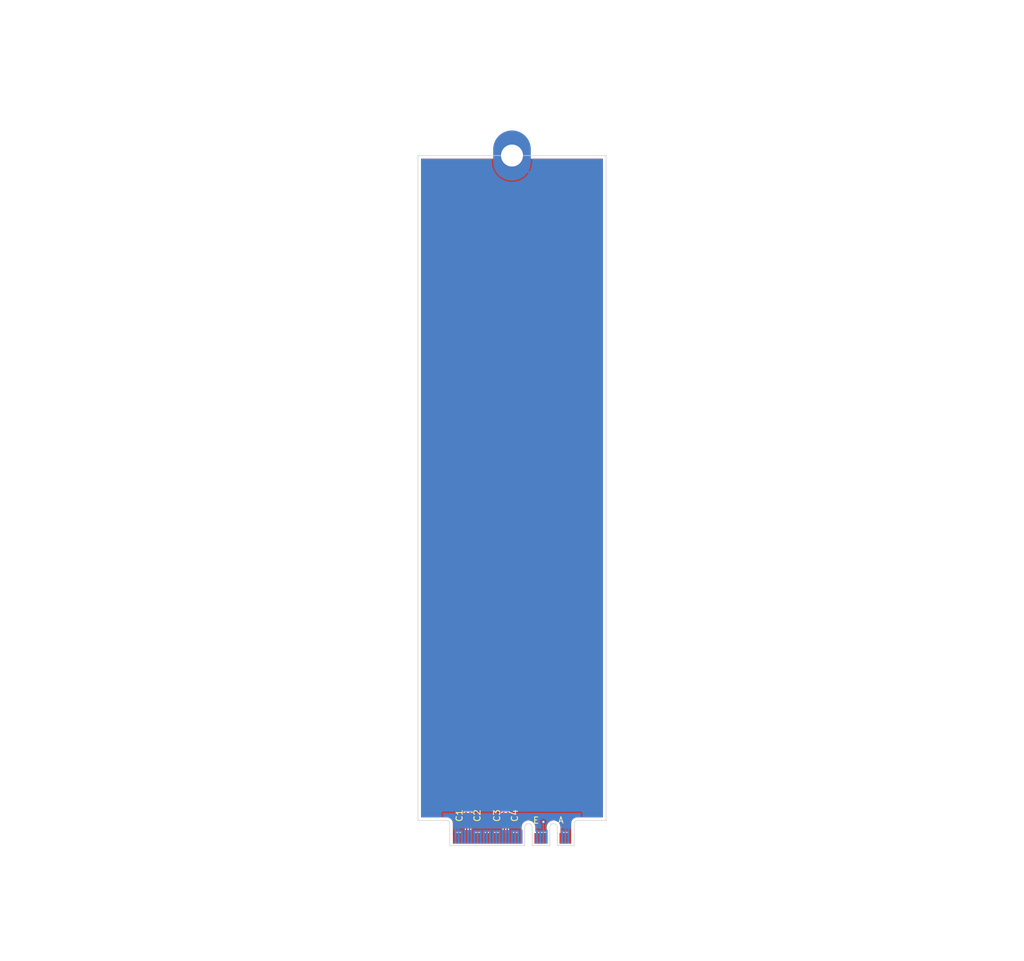
<source format=kicad_pcb>
(kicad_pcb (version 20241229) (generator "pcbnew") (generator_version "9.0")
  (layers (0 "F.Cu" signal) (2 "B.Cu" signal) (13 "F.Paste" user) (15 "B.Paste" user) (5 "F.SilkS" user "F.Silkscreen") (7 "B.SilkS" user "B.Silkscreen") (1 "F.Mask" user) (3 "B.Mask" user) (25 "Edge.Cuts" user))
  (net 0 "")
  (net 1 "GND")
  (net 2 "/M.2 A+E Key/PET1P")
  (net 3 "/M.2 A+E Key/PET0N")
  (net 4 "/M.2 A+E Key/PET1N")
  (net 5 "/M.2 A+E Key/PET0P")
  (net 6 "/PET0-")
  (net 7 "+3.3V")
  (net 8 "/USB_D+")
  (net 9 "/USB_D-")
  (net 10 "/LED#1")
  (net 11 "/LED#2")
  (net 20 "/PER0-")
  (net 22 "/PER0+")
  (net 28 "/REFCLK0+")
  (net 30 "/REFCLK0-")
  (net 31 "/SUSCLK")
  (net 32 "/PERST0#")
  (net 33 "/CLKREQ0#")
  (net 34 "/W_DISABLE2#")
  (net 35 "/PEWAKE#")
  (net 36 "/W_DISABLE1#")
  (net 37 "/I2C_DATA")
  (net 38 "/PER1+")
  (net 39 "/I2C_CLK")
  (net 40 "/PER1-")
  (net 41 "/ALERT#")
  (net 43 "/PERST1#")
  (net 44 "/CLKREQ1#")
  (net 45 "/PEWAKE1#")
  (net 46 "/REFCLK1+")
  (net 47 "/REFCLK1-")
  (net 48 "/PET0+")
  (net 49 "/PET1-")
  (net 50 "/PET1+")
  (footprint "PCIexpress:M.2 A+E Key Connector" (layer "F.Cu") (at 109.01 159.54)
    (property "Reference" "J1")
    (property "Value" "~")
    (fp_line (start -11 -2.89) (end -10.425 -2.89) (stroke (width 0.1)) (layer "Edge.Cuts"))
    (fp_line (start -9.925 -2.39) (end -9.925 1.11) (stroke (width 0.1)) (layer "Edge.Cuts"))
    (fp_line (start 2.025 -1.79) (end 2.025 1.11) (stroke (width 0.1)) (layer "Edge.Cuts"))
    (fp_line (start 2.025 1.11) (end -9.925 1.11) (stroke (width 0.1)) (layer "Edge.Cuts"))
    (fp_line (start 3.225 -1.79) (end 3.225 1.11) (stroke (width 0.1)) (layer "Edge.Cuts"))
    (fp_line (start 3.225 1.11) (end 6.025 1.11) (stroke (width 0.1)) (layer "Edge.Cuts"))
    (fp_line (start 6.025 -1.79) (end 6.025 1.11) (stroke (width 0.1)) (layer "Edge.Cuts"))
    (fp_line (start 7.225 -1.79) (end 7.225 1.11) (stroke (width 0.1)) (layer "Edge.Cuts"))
    (fp_line (start 7.225 1.11) (end 9.925 1.11) (stroke (width 0.1)) (layer "Edge.Cuts"))
    (fp_line (start 9.925 -2.39) (end 9.925 1.11) (stroke (width 0.1)) (layer "Edge.Cuts"))
    (fp_line (start 10.425 -2.89) (end 11 -2.89) (stroke (width 0.1)) (layer "Edge.Cuts"))
    (fp_arc (start -10.425 -2.89) (mid -10.071447 -2.743553) (end -9.925 -2.39) (stroke (width 0.1)) (layer "Edge.Cuts"))
    (fp_arc (start 2.025 -1.79) (mid 2.625 -2.39) (end 3.225 -1.79) (stroke (width 0.1)) (layer "Edge.Cuts"))
    (fp_arc (start 6.025 -1.79) (mid 6.625 -2.39) (end 7.225 -1.79) (stroke (width 0.1)) (layer "Edge.Cuts"))
    (fp_arc (start 9.925 -2.39) (mid 10.071447 -2.743553) (end 10.425 -2.89) (stroke (width 0.1)) (layer "Edge.Cuts"))
    (fp_text user "E" (at 3.28 -2.32 0) (layer "F.SilkS") (effects (justify left bottom)))
    (fp_text user "A" (at 7.265 -2.345 0) (layer "F.SilkS") (effects (justify left bottom)))
    (pad "1" smd rect (at 9.25 -0.04 180) (size 0.35 1.7) (layers "F.Cu") (net 1 "GND"))
    (pad "2" smd rect (at 9 -0.29 180) (size 0.35 2.2) (layers "B.Cu") (net 7 "+3.3V"))
    (pad "3" smd rect (at 8.75 -0.04 180) (size 0.35 1.7) (layers "F.Cu") (net 8 "/USB_D+"))
    (pad "4" smd rect (at 8.5 -0.29 180) (size 0.35 2.2) (layers "B.Cu") (net 7 "+3.3V"))
    (pad "5" smd rect (at 8.25 -0.04 180) (size 0.35 1.7) (layers "F.Cu") (net 9 "/USB_D-"))
    (pad "6" smd rect (at 8 -0.29 180) (size 0.35 2.2) (layers "B.Cu") (net 10 "/LED#1"))
    (pad "7" smd rect (at 7.75 -0.04 180) (size 0.35 1.7) (layers "F.Cu") (net 1 "GND"))
    (pad "16" smd rect (at 5.5 -0.29 180) (size 0.35 2.2) (layers "B.Cu") (net 11 "/LED#2"))
    (pad "17" smd rect (at 5.25 -0.04 180) (size 0.35 1.7) (layers "F.Cu"))
    (pad "18" smd rect (at 5 -0.29 180) (size 0.35 2.2) (layers "B.Cu") (net 1 "GND"))
    (pad "19" smd rect (at 4.75 -0.04 180) (size 0.35 1.7) (layers "F.Cu"))
    (pad "20" smd rect (at 4.5 -0.29 180) (size 0.35 2.2) (layers "B.Cu"))
    (pad "21" smd rect (at 4.25 -0.04 180) (size 0.35 1.7) (layers "F.Cu"))
    (pad "22" smd rect (at 4 -0.29 180) (size 0.35 2.2) (layers "B.Cu"))
    (pad "23" smd rect (at 3.75 -0.04 180) (size 0.35 1.7) (layers "F.Cu"))
    (pad "32" smd rect (at 1.5 -0.29 180) (size 0.35 2.2) (layers "B.Cu"))
    (pad "33" smd rect (at 1.25 -0.04 180) (size 0.35 1.7) (layers "F.Cu") (net 1 "GND"))
    (pad "34" smd rect (at 1 -0.29 180) (size 0.35 2.2) (layers "B.Cu"))
    (pad "35" smd rect (at 0.75 -0.04 180) (size 0.35 1.7) (layers "F.Cu") (net 20 "/PER0-"))
    (pad "36" smd rect (at 0.5 -0.29 180) (size 0.35 2.2) (layers "B.Cu"))
    (pad "37" smd rect (at 0.25 -0.04 180) (size 0.35 1.7) (layers "F.Cu") (net 22 "/PER0+"))
    (pad "38" smd rect (at 0 -0.29 180) (size 0.35 2.2) (layers "B.Cu"))
    (pad "39" smd rect (at -0.25 -0.04 180) (size 0.35 1.7) (layers "F.Cu") (net 1 "GND"))
    (pad "40" smd rect (at -0.5 -0.29 180) (size 0.35 2.2) (layers "B.Cu"))
    (pad "41" smd rect (at -0.75 -0.04 180) (size 0.35 1.7) (layers "F.Cu") (net 5 "/M.2 A+E Key/PET0P"))
    (pad "42" smd rect (at -1 -0.29 180) (size 0.35 2.2) (layers "B.Cu"))
    (pad "43" smd rect (at -1.25 -0.04 180) (size 0.35 1.7) (layers "F.Cu") (net 3 "/M.2 A+E Key/PET0N"))
    (pad "44" smd rect (at -1.5 -0.29 180) (size 0.35 2.2) (layers "B.Cu"))
    (pad "45" smd rect (at -1.75 -0.04 180) (size 0.35 1.7) (layers "F.Cu") (net 1 "GND"))
    (pad "46" smd rect (at -2 -0.29 180) (size 0.35 2.2) (layers "B.Cu"))
    (pad "47" smd rect (at -2.25 -0.04 180) (size 0.35 1.7) (layers "F.Cu") (net 28 "/REFCLK0+"))
    (pad "48" smd rect (at -2.5 -0.29 180) (size 0.35 2.2) (layers "B.Cu"))
    (pad "49" smd rect (at -2.75 -0.04 180) (size 0.35 1.7) (layers "F.Cu") (net 30 "/REFCLK0-"))
    (pad "50" smd rect (at -3 -0.29 180) (size 0.35 2.2) (layers "B.Cu") (net 31 "/SUSCLK"))
    (pad "51" smd rect (at -3.25 -0.04 180) (size 0.35 1.7) (layers "F.Cu") (net 1 "GND"))
    (pad "52" smd rect (at -3.5 -0.29 180) (size 0.35 2.2) (layers "B.Cu") (net 32 "/PERST0#"))
    (pad "53" smd rect (at -3.75 -0.04 180) (size 0.35 1.7) (layers "F.Cu") (net 33 "/CLKREQ0#"))
    (pad "54" smd rect (at -4 -0.29 180) (size 0.35 2.2) (layers "B.Cu") (net 34 "/W_DISABLE2#"))
    (pad "55" smd rect (at -4.25 -0.04 180) (size 0.35 1.7) (layers "F.Cu") (net 35 "/PEWAKE#"))
    (pad "56" smd rect (at -4.5 -0.29 180) (size 0.35 2.2) (layers "B.Cu") (net 36 "/W_DISABLE1#"))
    (pad "57" smd rect (at -4.75 -0.04 180) (size 0.35 1.7) (layers "F.Cu") (net 1 "GND"))
    (pad "58" smd rect (at -5 -0.29 180) (size 0.35 2.2) (layers "B.Cu") (net 37 "/I2C_DATA"))
    (pad "59" smd rect (at -5.25 -0.04 180) (size 0.35 1.7) (layers "F.Cu") (net 38 "/PER1+"))
    (pad "60" smd rect (at -5.5 -0.29 180) (size 0.35 2.2) (layers "B.Cu") (net 39 "/I2C_CLK"))
    (pad "61" smd rect (at -5.75 -0.04 180) (size 0.35 1.7) (layers "F.Cu") (net 40 "/PER1-"))
    (pad "62" smd rect (at -6 -0.29 180) (size 0.35 2.2) (layers "B.Cu") (net 41 "/ALERT#"))
    (pad "63" smd rect (at -6.25 -0.04 180) (size 0.35 1.7) (layers "F.Cu") (net 1 "GND"))
    (pad "64" smd rect (at -6.5 -0.29 180) (size 0.35 2.2) (layers "B.Cu"))
    (pad "65" smd rect (at -6.75 -0.04 180) (size 0.35 1.7) (layers "F.Cu") (net 2 "/M.2 A+E Key/PET1P"))
    (pad "66" smd rect (at -7 -0.29 180) (size 0.35 2.2) (layers "B.Cu") (net 43 "/PERST1#"))
    (pad "67" smd rect (at -7.25 -0.04 180) (size 0.35 1.7) (layers "F.Cu") (net 4 "/M.2 A+E Key/PET1N"))
    (pad "68" smd rect (at -7.5 -0.29 180) (size 0.35 2.2) (layers "B.Cu") (net 44 "/CLKREQ1#"))
    (pad "69" smd rect (at -7.75 -0.04 180) (size 0.35 1.7) (layers "F.Cu") (net 1 "GND"))
    (pad "70" smd rect (at -8 -0.29 180) (size 0.35 2.2) (layers "B.Cu") (net 45 "/PEWAKE1#"))
    (pad "71" smd rect (at -8.25 -0.04 180) (size 0.35 1.7) (layers "F.Cu") (net 46 "/REFCLK1+"))
    (pad "72" smd rect (at -8.5 -0.29 180) (size 0.35 2.2) (layers "B.Cu") (net 7 "+3.3V"))
    (pad "73" smd rect (at -8.75 -0.04 180) (size 0.35 1.7) (layers "F.Cu") (net 47 "/REFCLK1-"))
    (pad "74" smd rect (at -9 -0.29 180) (size 0.35 2.2) (layers "B.Cu") (net 7 "+3.3V"))
    (pad "75" smd rect (at -9.25 -0.04 180) (size 0.35 1.7) (layers "F.Cu") (net 1 "GND"))
  )
  (footprint "Capacitor_SMD:C_0201_0603Metric" (layer "F.Cu") (at 108.36 155.88 90)
    (property "Reference" "C4" (at 0 1.07 90) (layer "F.SilkS"))
    (property "Value" "220nF")
    (pad "1" smd roundrect (at -0.32 0 90) (size 0.46 0.4) (layers "F.Cu" "F.Mask") (net 5 "/M.2 A+E Key/PET0P"))
    (pad "2" smd roundrect (at 0.32 0 90) (size 0.46 0.4) (layers "F.Cu" "F.Mask") (net 48 "/PET0+"))
  )
  (footprint "Capacitor_SMD:C_0201_0603Metric" (layer "F.Cu") (at 107.66 155.88 90)
    (property "Reference" "C3" (at 0 -1.05 90) (layer "F.SilkS"))
    (property "Value" "220nF")
    (pad "1" smd roundrect (at -0.32 0 90) (size 0.46 0.4) (layers "F.Cu" "F.Mask") (net 3 "/M.2 A+E Key/PET0N"))
    (pad "2" smd roundrect (at 0.32 0 90) (size 0.46 0.4) (layers "F.Cu" "F.Mask") (net 6 "/PET0-"))
  )
  (footprint "Capacitor_SMD:C_0201_0603Metric" (layer "F.Cu") (at 101.66 155.88 90)
    (property "Reference" "C1" (at 0 -1.05 90) (layer "F.SilkS"))
    (property "Value" "220nF")
    (pad "1" smd roundrect (at -0.32 0 90) (size 0.46 0.4) (layers "F.Cu" "F.Mask") (net 4 "/M.2 A+E Key/PET1N"))
    (pad "2" smd roundrect (at 0.32 0 90) (size 0.46 0.4) (layers "F.Cu" "F.Mask") (net 49 "/PET1-"))
  )
  (footprint "Athena KiCAd library:M.2 Mounting Pad" (layer "F.Cu") (at 109.01 50.65)
    (property "Reference" "H1")
    (property "Value" "MountingHole_Pad")
    (pad "1" thru_hole circle (at 0 0) (size 5.5 5.5) (drill 3.5) (property pad_prop_castellated) (layers "*.Cu" "*.Mask") (net 1 "GND") (padstack (mode front_inner_back) (layer "Inner" (shape circle) (size 5.5 5.5)) (layer "B.Cu" (shape oval) (size 6 8))))
  )
  (footprint "Capacitor_SMD:C_0201_0603Metric" (layer "F.Cu") (at 102.36 155.88 90)
    (property "Reference" "C2" (at 0 1.11 90) (layer "F.SilkS"))
    (property "Value" "220nF")
    (pad "1" smd roundrect (at -0.32 0 90) (size 0.46 0.4) (layers "F.Cu" "F.Mask") (net 2 "/M.2 A+E Key/PET1P"))
    (pad "2" smd roundrect (at 0.32 0 90) (size 0.46 0.4) (layers "F.Cu" "F.Mask") (net 50 "/PET1+"))
  )
  (gr_line (start 124.01 50.65) (end 94.01 50.65) (stroke (width 0.1)) (layer "Edge.Cuts"))
  (gr_line (start 98.01 156.65) (end 94.01 156.65) (stroke (width 0.1)) (layer "Edge.Cuts"))
  (gr_line (start 124.01 156.65) (end 124.01 50.65) (stroke (width 0.1)) (layer "Edge.Cuts"))
  (gr_line (start 94.01 50.65) (end 94.01 156.65) (stroke (width 0.1)) (layer "Edge.Cuts"))
  (gr_line (start 124.01 156.65) (end 120.01 156.65) (stroke (width 0.1)) (layer "Edge.Cuts"))
  (via (at 114.01 156.88) (size 0.6) (drill 0.3) (layers "F.Cu" "B.Cu") (net 1))
  (segment (start 114.01 156.88) (end 114.01 159.25) (width 0.2) (layer "B.Cu") (net 1))
  (segment (start 102.235 158.199999) (end 102.235 156.670001) (width 0.2) (layer "F.Cu") (net 2))
  (segment (start 102.26 159.5) (end 102.26 158.224999) (width 0.2) (layer "F.Cu") (net 2))
  (segment (start 102.26 158.224999) (end 102.235 158.199999) (width 0.2) (layer "F.Cu") (net 2))
  (segment (start 102.235 156.670001) (end 102.36 156.545001) (width 0.2) (layer "F.Cu") (net 2))
  (segment (start 102.36 156.545001) (end 102.36 156.2) (width 0.2) (layer "F.Cu") (net 2))
  (segment (start 107.785 158.199999) (end 107.785 156.670001) (width 0.2) (layer "F.Cu") (net 3))
  (segment (start 107.66 156.545001) (end 107.66 156.2) (width 0.2) (layer "F.Cu") (net 3))
  (segment (start 107.76 159.5) (end 107.76 158.224999) (width 0.2) (layer "F.Cu") (net 3))
  (segment (start 107.785 156.670001) (end 107.66 156.545001) (width 0.2) (layer "F.Cu") (net 3))
  (segment (start 107.76 158.224999) (end 107.785 158.199999) (width 0.2) (layer "F.Cu") (net 3))
  (segment (start 101.785 158.199999) (end 101.785 156.670001) (width 0.2) (layer "F.Cu") (net 4))
  (segment (start 101.76 158.224999) (end 101.785 158.199999) (width 0.2) (layer "F.Cu") (net 4))
  (segment (start 101.66 156.545001) (end 101.66 156.2) (width 0.2) (layer "F.Cu") (net 4))
  (segment (start 101.76 159.5) (end 101.76 158.224999) (width 0.2) (layer "F.Cu") (net 4))
  (segment (start 101.785 156.670001) (end 101.66 156.545001) (width 0.2) (layer "F.Cu") (net 4))
  (segment (start 108.26 159.5) (end 108.26 158.224999) (width 0.2) (layer "F.Cu") (net 5))
  (segment (start 108.235 156.670001) (end 108.36 156.545001) (width 0.2) (layer "F.Cu") (net 5))
  (segment (start 108.36 156.545001) (end 108.36 156.2) (width 0.2) (layer "F.Cu") (net 5))
  (segment (start 108.235 158.199999) (end 108.235 156.670001) (width 0.2) (layer "F.Cu") (net 5))
  (segment (start 108.26 158.224999) (end 108.235 158.199999) (width 0.2) (layer "F.Cu") (net 5))
  (zone (net 1) (net_name "GND") (layers "F.Cu" "B.Cu") (connect_pads (clearance 0.2)) (min_thickness 0.15) (fill yes (thermal_gap 0.2) (thermal_bridge_width 0.35))
    (polygon (pts (xy 124.01 158.98) (xy 124.01 50.65) (xy 94.01 50.65) (xy 94.01 158.98)))
  )
  (zone (net 7) (net_name "+3.3V") (layer "B.Cu") (priority 1) (connect_pads (clearance 0.2)) (min_thickness 0.15) (fill yes (thermal_gap 0.2) (thermal_bridge_width 0.35))
    (polygon (pts (xy 120.01 158.97) (xy 120.01 155.45) (xy 98.01 155.45) (xy 98.01 158.97)))
  )
)
</source>
